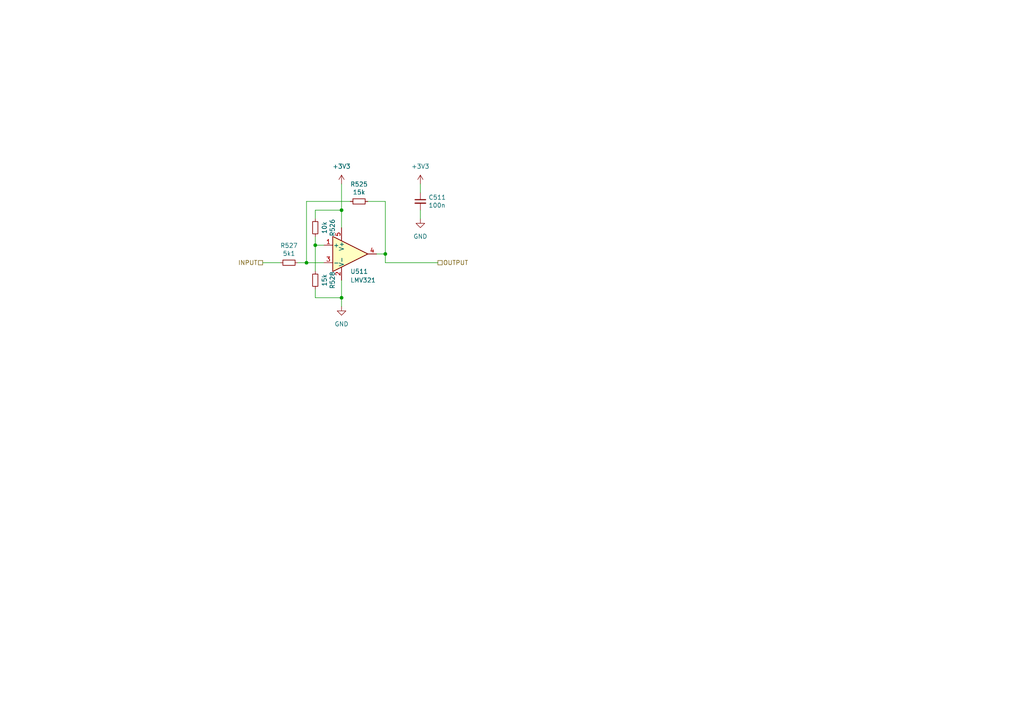
<source format=kicad_sch>
(kicad_sch (version 20231120) (generator "eeschema") (generator_version "8.0")
  (paper "A4")
  (lib_symbols
    (symbol "Amplifier_Operational:LM321" (pin_names (offset 0.127))
      (property "Reference" "U" (at 0 7.62 0))
      (property "Value" "LM321" (at 0 5.08 0))
      (symbol "LM321_0_1"
        (polyline (pts (xy -5.08 5.08) (xy 5.08 0) (xy -5.08 -5.08) (xy -5.08 5.08)) (stroke (width 0.254)) (fill (type background)))
      )
      (symbol "LM321_1_1"
        (pin input line (at -7.62 2.54 0) (length 2.54) (name "+") (number "1"))
        (pin power_in line (at -2.54 -7.62 90) (length 3.81) (name "V-") (number "2"))
        (pin input line (at -7.62 -2.54 0) (length 2.54) (name "-") (number "3"))
        (pin output line (at 7.62 0 180) (length 2.54) (name "~") (number "4"))
        (pin power_in line (at -2.54 7.62 270) (length 3.81) (name "V+") (number "5"))
      )
    )
    (symbol "power:+3V3" (power) (pin_names (offset 0))
      (property "Value" "+3V3" (at 0 3.556 0))
      (symbol "+3V3_0_1"
        (polyline (pts (xy -0.762 1.27) (xy 0 2.54)))
        (polyline (pts (xy 0 0) (xy 0 2.54)))
        (polyline (pts (xy 0 2.54) (xy 0.762 1.27)))
      )
      (symbol "+3V3_1_1"
        (pin power_in line (at 0 0 90) (length 0) hide (name "+3V3") (number "1"))
      )
    )
    (symbol "power:GND" (power) (pin_names (offset 0))
      (property "Value" "GND" (at 0 -3.81 0))
      (symbol "GND_0_1"
        (polyline (pts (xy 0 0) (xy 0 -1.27) (xy 1.27 -1.27) (xy 0 -2.54) (xy -1.27 -1.27) (xy 0 -1.27)))
      )
      (symbol "GND_1_1"
        (pin power_in line (at 0 0 270) (length 0) hide (name "GND") (number "1"))
      )
    )
    (symbol "suku_basics:CAP" (pin_numbers hide) (pin_names (offset 0.254) hide)
      (property "Reference" "C" (at 0.254 1.778 0))
      (symbol "CAP_0_1"
        (polyline (pts (xy -1.524 -0.508) (xy 1.524 -0.508)) (stroke (width 0.3302)))
        (polyline (pts (xy -1.524 0.508) (xy 1.524 0.508)) (stroke (width 0.3048)))
      )
      (symbol "CAP_1_1"
        (pin passive line (at 0 2.54 270) (length 2.032) (name "~") (number "1"))
        (pin passive line (at 0 -2.54 90) (length 2.032) (name "~") (number "2"))
      )
    )
    (symbol "suku_basics:RES" (pin_numbers hide) (pin_names (offset 0.254) hide)
      (property "Reference" "R" (at 0.762 0.508 0))
      (symbol "RES_1_1"
        (rectangle (start -0.762 1.778) (end 0.762 -1.778) (stroke (width 0.2032)))
        (pin passive line (at 0 2.54 270) (length 0.762) (name "~") (number "1"))
        (pin passive line (at 0 -2.54 90) (length 0.762) (name "~") (number "2"))
      )
    )
  )
  (junction (at 99.06 60.96))
  (junction (at 99.06 86.36))
  (junction (at 88.9 76.2))
  (junction (at 91.44 71.12))
  (junction (at 111.76 73.66))
  (wire (pts (xy 76.2 76.2) (xy 81.28 76.2)))
  (wire (pts (xy 99.06 60.96) (xy 99.06 66.04)))
  (wire (pts (xy 111.76 76.2) (xy 127 76.2)))
  (wire (pts (xy 99.06 86.36) (xy 99.06 81.28)))
  (wire (pts (xy 91.44 71.12) (xy 91.44 68.58)))
  (wire (pts (xy 121.92 60.96) (xy 121.92 63.5)))
  (wire (pts (xy 91.44 71.12) (xy 91.44 78.74)))
  (wire (pts (xy 91.44 83.82) (xy 91.44 86.36)))
  (wire (pts (xy 91.44 86.36) (xy 99.06 86.36)))
  (wire (pts (xy 111.76 58.42) (xy 111.76 73.66)))
  (wire (pts (xy 88.9 58.42) (xy 88.9 76.2)))
  (wire (pts (xy 91.44 63.5) (xy 91.44 60.96)))
  (wire (pts (xy 121.92 53.34) (xy 121.92 55.88)))
  (wire (pts (xy 111.76 73.66) (xy 111.76 76.2)))
  (wire (pts (xy 101.6 58.42) (xy 88.9 58.42)))
  (wire (pts (xy 99.06 88.9) (xy 99.06 86.36)))
  (wire (pts (xy 99.06 53.34) (xy 99.06 60.96)))
  (wire (pts (xy 88.9 76.2) (xy 93.98 76.2)))
  (wire (pts (xy 91.44 60.96) (xy 99.06 60.96)))
  (wire (pts (xy 93.98 71.12) (xy 91.44 71.12)))
  (wire (pts (xy 86.36 76.2) (xy 88.9 76.2)))
  (wire (pts (xy 111.76 73.66) (xy 109.22 73.66)))
  (wire (pts (xy 106.68 58.42) (xy 111.76 58.42)))
  (hierarchical_label "INPUT" (shape passive) (at 76.2 76.2 180))
  (hierarchical_label "OUTPUT" (shape passive) (at 127 76.2 0))
  (symbol (lib_id "suku_basics:RES") (at 91.44 66.04 180) (unit 1)
    (property "Reference" "R526" (at 96.4184 66.04 90))
    (property "Value" "10k" (at 94.107 66.04 90))
    (property "Footprint" "suku_basics:RES_0402" (effects (hide yes)))
    (instances (project "PCBA-PBF4" (path "" (reference "R526") (unit 1)) (path "" (reference "R518") (unit 1)) (path "" (reference "R530") (unit 1)) (path "" (reference "R522") (unit 1))))
  )
  (symbol (lib_id "power:GND") (at 99.06 88.9 0) (mirror y) (unit 1)
    (property "Reference" "#PWR0564" (effects (hide yes)))
    (property "Value" "GND" (at 99.06 93.98 0))
    (property "Description" "Power symbol creates a global label with name \"GND\" , ground" (effects (hide yes)))
    (instances (project "PCBA-PBF4" (path "" (reference "#PWR0564") (unit 1)) (path "" (reference "#PWR0536") (unit 1)) (path "" (reference "#PWR0568") (unit 1)) (path "" (reference "#PWR0560") (unit 1))))
  )
  (symbol (lib_id "suku_basics:RES") (at 83.82 76.2 270) (unit 1)
    (property "Reference" "R527" (at 83.82 71.2216 90))
    (property "Value" "5k1" (at 83.82 73.533 90))
    (property "Footprint" "suku_basics:RES_0402" (effects (hide yes)))
    (instances (project "PCBA-PBF4" (path "" (reference "R527") (unit 1)) (path "" (reference "R519") (unit 1)) (path "" (reference "R531") (unit 1)) (path "" (reference "R523") (unit 1))))
  )
  (symbol (lib_id "suku_basics:RES") (at 91.44 81.28 180) (unit 1)
    (property "Reference" "R528" (at 96.4184 81.28 90))
    (property "Value" "15k" (at 94.107 81.28 90))
    (property "Footprint" "suku_basics:RES_0402" (effects (hide yes)))
    (instances (project "PCBA-PBF4" (path "" (reference "R528") (unit 1)) (path "" (reference "R520") (unit 1)) (path "" (reference "R532") (unit 1)) (path "" (reference "R524") (unit 1))))
  )
  (symbol (lib_id "suku_basics:RES") (at 104.14 58.42 270) (unit 1)
    (property "Reference" "R525" (at 104.14 53.4416 90))
    (property "Value" "15k" (at 104.14 55.753 90))
    (property "Footprint" "suku_basics:RES_0402" (effects (hide yes)))
    (instances (project "PCBA-PBF4" (path "" (reference "R525") (unit 1)) (path "" (reference "R517") (unit 1)) (path "" (reference "R529") (unit 1)) (path "" (reference "R521") (unit 1))))
  )
  (symbol (lib_id "power:GND") (at 121.92 63.5 0) (mirror y) (unit 1)
    (property "Reference" "#PWR0563" (effects (hide yes)))
    (property "Value" "GND" (at 121.92 68.58 0))
    (property "Description" "Power symbol creates a global label with name \"GND\" , ground" (effects (hide yes)))
    (instances (project "PCBA-PBF4" (path "" (reference "#PWR0563") (unit 1)) (path "" (reference "#PWR0535") (unit 1)) (path "" (reference "#PWR0567") (unit 1)) (path "" (reference "#PWR0559") (unit 1))))
  )
  (symbol (lib_id "Amplifier_Operational:LM321") (at 101.6 73.66 0) (unit 1)
    (property "Reference" "U511" (at 101.6 78.74 0) (effects (justify left)))
    (property "Value" "LMV321" (at 101.6 81.28 0) (effects (justify left)))
    (property "Footprint" "suku_basics:SOT-23-5" (effects (hide yes)))
    (property "Datasheet" "http://www.ti.com/lit/ds/symlink/lm321.pdf" (effects (hide yes)))
    (property "Part" "C90297" (effects (hide yes)))
    (instances (project "PCBA-PBF4" (path "" (reference "U511") (unit 1)) (path "" (reference "U509") (unit 1)) (path "" (reference "U512") (unit 1)) (path "" (reference "U510") (unit 1))))
  )
  (symbol (lib_id "power:+3V3") (at 99.06 53.34 0) (unit 1)
    (property "Reference" "#PWR0561" (effects (hide yes)))
    (property "Value" "+3V3" (at 99.06 48.26 0))
    (instances (project "PCBA-PBF4" (path "" (reference "#PWR0561") (unit 1)) (path "" (reference "#PWR0533") (unit 1)) (path "" (reference "#PWR0565") (unit 1)) (path "" (reference "#PWR0557") (unit 1))))
  )
  (symbol (lib_id "suku_basics:CAP") (at 121.92 58.42 0) (unit 1)
    (property "Reference" "C511" (at 124.2568 57.2516 0) (effects (justify left)))
    (property "Value" "100n" (at 124.2568 59.563 0) (effects (justify left)))
    (property "Footprint" "suku_basics:CAP_0402" (effects (hide yes)))
    (instances (project "PCBA-PBF4" (path "" (reference "C511") (unit 1)) (path "" (reference "C509") (unit 1)) (path "" (reference "C512") (unit 1)) (path "" (reference "C510") (unit 1))))
  )
  (symbol (lib_id "power:+3V3") (at 121.92 53.34 0) (unit 1)
    (property "Reference" "#PWR0562" (effects (hide yes)))
    (property "Value" "+3V3" (at 121.92 48.26 0))
    (instances (project "PCBA-PBF4" (path "" (reference "#PWR0562") (unit 1)) (path "" (reference "#PWR0534") (unit 1)) (path "" (reference "#PWR0566") (unit 1)) (path "" (reference "#PWR0558") (unit 1))))
  )
)
</source>
